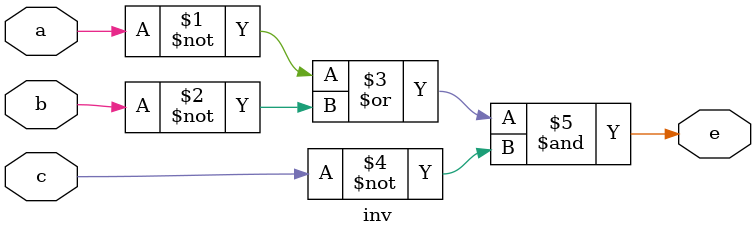
<source format=v>
`timescale 1ns / 1ps


module inv(
    input a, b, c,
    output e
    );
    assign e = ((~a)|(~b))&(~c);
    
endmodule

</source>
